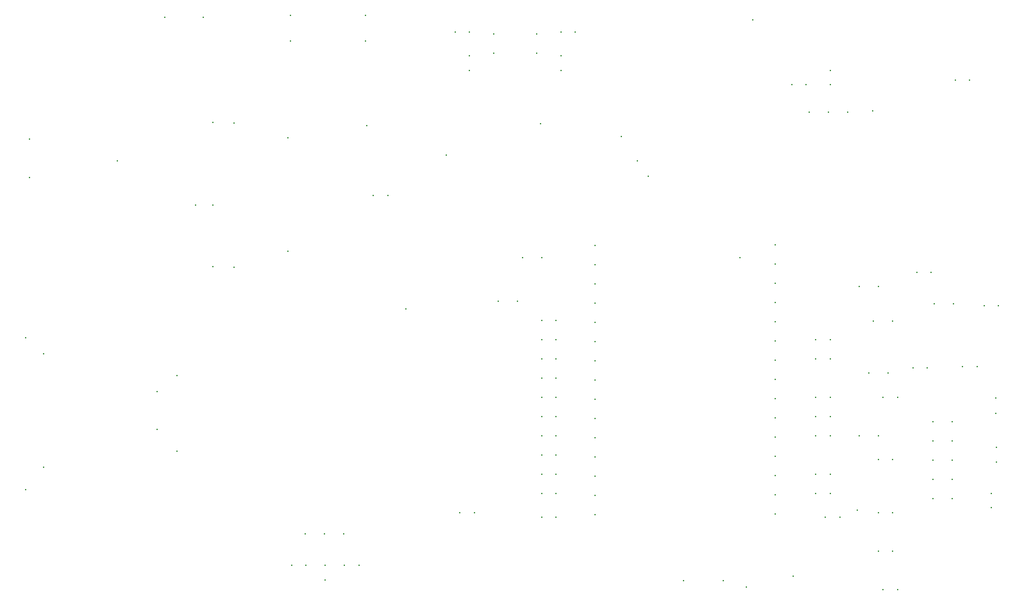
<source format=gbr>
%TF.GenerationSoftware,KiCad,Pcbnew,(6.0.0-rc1-dev-1444-gad0d9f8df)*%
%TF.CreationDate,2019-01-02T13:45:17+02:00*%
%TF.ProjectId,digiTOS-COMOD-SinBoard-routed,64696769-544f-4532-9d43-4f4d4f442d53,rev?*%
%TF.SameCoordinates,Original*%
%TF.FileFunction,Plated,1,2,PTH,Drill*%
%TF.FilePolarity,Positive*%
%FSLAX46Y46*%
G04 Gerber Fmt 4.6, Leading zero omitted, Abs format (unit mm)*
G04 Created by KiCad (PCBNEW (6.0.0-rc1-dev-1444-gad0d9f8df)) date 02/01/2019 13:45:17*
%MOMM*%
%LPD*%
G04 APERTURE LIST*
%TA.AperFunction,ViaDrill*%
%ADD10C,0.300000*%
%TD*%
%TA.AperFunction,ComponentDrill*%
%ADD11C,0.300000*%
%TD*%
G04 APERTURE END LIST*
D10*
X142240000Y-73025000D03*
X147320000Y-62230000D03*
X147320000Y-81280000D03*
X154940000Y-120650000D03*
X156845000Y-120650000D03*
X159385000Y-120650000D03*
X159385000Y-122555000D03*
X161925000Y-120650000D03*
X163830000Y-120650000D03*
X165735000Y-71755000D03*
X167640000Y-71755000D03*
X170000000Y-86800000D03*
X175318800Y-66475900D03*
X176530000Y-50165000D03*
X177165000Y-113665000D03*
X178435000Y-50165000D03*
X178435000Y-53340000D03*
X178435000Y-55245000D03*
X179070000Y-113665000D03*
X187800000Y-62300000D03*
X187960000Y-88265000D03*
X187960000Y-90805000D03*
X187960000Y-93345000D03*
X187960000Y-95885000D03*
X187960000Y-98425000D03*
X187960000Y-100965000D03*
X187960000Y-103505000D03*
X187960000Y-106045000D03*
X187960000Y-108585000D03*
X187960000Y-111125000D03*
X187960000Y-114300000D03*
X189865000Y-88265000D03*
X189865000Y-90805000D03*
X189865000Y-93345000D03*
X189865000Y-95885000D03*
X189865000Y-98425000D03*
X189865000Y-100965000D03*
X189865000Y-103505000D03*
X189865000Y-106045000D03*
X189865000Y-108585000D03*
X189865000Y-111125000D03*
X189865000Y-114300000D03*
X190500000Y-50165000D03*
X190500000Y-53340000D03*
X190500000Y-55245000D03*
X192405000Y-50165000D03*
X198500000Y-64000000D03*
X200549100Y-67185300D03*
X201997600Y-69199200D03*
X206676600Y-122634900D03*
X211961400Y-122634900D03*
X214152100Y-79952300D03*
X214998700Y-123471700D03*
X215800000Y-48600000D03*
X220980000Y-57150000D03*
X221180200Y-122054900D03*
X222885000Y-57150000D03*
X224155000Y-90805000D03*
X224155000Y-93345000D03*
X224155000Y-98425000D03*
X224155000Y-100965000D03*
X224155000Y-103505000D03*
X224155000Y-108585000D03*
X224155000Y-111125000D03*
X225425000Y-114300000D03*
X226060000Y-55245000D03*
X226060000Y-57150000D03*
X226060000Y-90805000D03*
X226060000Y-93345000D03*
X226060000Y-98425000D03*
X226060000Y-100965000D03*
X226060000Y-103505000D03*
X226060000Y-108585000D03*
X226060000Y-111125000D03*
X227330000Y-114300000D03*
X229656100Y-113311400D03*
X231669100Y-60598500D03*
X232410000Y-106680000D03*
X232410000Y-113665000D03*
X232410000Y-118745000D03*
X233045000Y-98425000D03*
X233045000Y-123825000D03*
X234315000Y-106680000D03*
X234315000Y-113665000D03*
X234315000Y-118745000D03*
X234950000Y-98425000D03*
X234950000Y-123825000D03*
X236988000Y-94575200D03*
X237490000Y-81915000D03*
X238893000Y-94575200D03*
X239395000Y-81915000D03*
X242570000Y-56515000D03*
X243545000Y-94400600D03*
X244475000Y-56515000D03*
X245450000Y-94400600D03*
X246380000Y-86360000D03*
X247303000Y-111143000D03*
X247303000Y-113048000D03*
X247904000Y-98552000D03*
X247904000Y-100584000D03*
X248004000Y-105052000D03*
X248004000Y-106957000D03*
X248285000Y-86360000D03*
D11*
%TO.C,DEV2*%
X187300000Y-50460000D03*
X187300000Y-53000000D03*
%TO.C,J4*%
X131900000Y-67200000D03*
%TO.C,RV1*%
X156700000Y-116500000D03*
X159240000Y-116500000D03*
X161780000Y-116500000D03*
%TO.C,J8*%
X231775000Y-88392000D03*
X234315000Y-88392000D03*
%TO.C,T3*%
X144554000Y-62158000D03*
X144554000Y-73080000D03*
X144554000Y-81208000D03*
X154460000Y-64190000D03*
X154460000Y-79176000D03*
%TO.C,DEV1*%
X181600000Y-50460000D03*
X181600000Y-53000000D03*
%TO.C,NEUT-LINE_IN1*%
X138220000Y-48200000D03*
X143300000Y-48200000D03*
%TO.C,RAW-GND1*%
X239800000Y-86100000D03*
X242340000Y-86100000D03*
%TO.C,J6*%
X229870000Y-83820000D03*
X232410000Y-83820000D03*
%TO.C,J2*%
X182245000Y-85725000D03*
X184785000Y-85725000D03*
%TO.C,J9*%
X229870000Y-103505000D03*
X232410000Y-103505000D03*
%TO.C,J5*%
X185420000Y-80010000D03*
X187960000Y-80010000D03*
%TO.C,J3*%
X164900000Y-62550000D03*
%TO.C,RX-TX-GND1*%
X223320000Y-60730000D03*
X225860000Y-60730000D03*
X228400000Y-60730000D03*
%TO.C,T1*%
X122200000Y-92700000D03*
X122200000Y-107700000D03*
X137200000Y-97700000D03*
X137200000Y-102700000D03*
%TO.C,J7*%
X231140000Y-95250000D03*
X233680000Y-95250000D03*
%TO.C,STM321*%
X195005448Y-78401405D03*
X195005448Y-80941405D03*
X195005448Y-83481405D03*
X195005448Y-86021405D03*
X195005448Y-88561405D03*
X195005448Y-91101405D03*
X195005448Y-93641405D03*
X195005448Y-96181405D03*
X195005448Y-98721405D03*
X195005448Y-101261405D03*
X195005448Y-103801405D03*
X195005448Y-106341405D03*
X195005448Y-108881405D03*
X195005448Y-111421405D03*
X195005448Y-113961405D03*
X218797316Y-78320115D03*
X218797316Y-80860115D03*
X218797316Y-83400115D03*
X218797316Y-85940115D03*
X218797316Y-88480115D03*
X218797316Y-91020115D03*
X218797316Y-93560115D03*
X218797316Y-96100115D03*
X218797316Y-98640115D03*
X218797316Y-101180115D03*
X218797316Y-103720115D03*
X218797316Y-106260115D03*
X218797316Y-108800115D03*
X218797316Y-111340115D03*
X218797316Y-113880115D03*
%TO.C,J1*%
X239600000Y-101640000D03*
X239600000Y-104180000D03*
X239600000Y-106720000D03*
X239600000Y-109260000D03*
X239600000Y-111800000D03*
X242140000Y-101640000D03*
X242140000Y-104180000D03*
X242140000Y-106720000D03*
X242140000Y-109260000D03*
X242140000Y-111800000D03*
%TO.C,F1*%
X154780000Y-48000000D03*
X154780000Y-51400000D03*
X164700000Y-48000000D03*
X164700000Y-51400000D03*
%TO.C,NEUT-LINE_OUT1*%
X120300000Y-64300000D03*
X120300000Y-69380000D03*
%TO.C,T2*%
X119800000Y-90600000D03*
X119800000Y-110600000D03*
X139800000Y-95600000D03*
X139800000Y-105600000D03*
M02*

</source>
